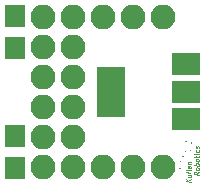
<source format=gts>
G04 #@! TF.FileFunction,Soldermask,Top*
%FSLAX46Y46*%
G04 Gerber Fmt 4.6, Leading zero omitted, Abs format (unit mm)*
G04 Created by KiCad (PCBNEW 4.0.7) date 2018 April 02, Monday 17:07:15*
%MOMM*%
%LPD*%
G01*
G04 APERTURE LIST*
%ADD10C,0.100000*%
%ADD11O,2.100000X2.100000*%
%ADD12R,2.400000X4.200000*%
%ADD13R,2.400000X1.900000*%
%ADD14R,1.700000X1.900000*%
G04 APERTURE END LIST*
D10*
X152781000Y-100726857D02*
X152800048Y-100745905D01*
X152781000Y-100764952D01*
X152761952Y-100745905D01*
X152781000Y-100726857D01*
X152781000Y-100764952D01*
X152733357Y-101346000D02*
X152752405Y-101326952D01*
X152771452Y-101346000D01*
X152752405Y-101365048D01*
X152733357Y-101346000D01*
X152771452Y-101346000D01*
X152987357Y-100330000D02*
X153006405Y-100310952D01*
X153025452Y-100330000D01*
X153006405Y-100349048D01*
X152987357Y-100330000D01*
X153025452Y-100330000D01*
X153177857Y-99885500D02*
X153196905Y-99866452D01*
X153215952Y-99885500D01*
X153196905Y-99904548D01*
X153177857Y-99885500D01*
X153215952Y-99885500D01*
X153241357Y-99060000D02*
X153260405Y-99040952D01*
X153279452Y-99060000D01*
X153260405Y-99079048D01*
X153241357Y-99060000D01*
X153279452Y-99060000D01*
X153685857Y-99187000D02*
X153704905Y-99167952D01*
X153723952Y-99187000D01*
X153704905Y-99206048D01*
X153685857Y-99187000D01*
X153723952Y-99187000D01*
X153622357Y-99822000D02*
X153641405Y-99802952D01*
X153660452Y-99822000D01*
X153641405Y-99841048D01*
X153622357Y-99822000D01*
X153660452Y-99822000D01*
X153691452Y-102518381D02*
X153291452Y-102468381D01*
X153691452Y-102289809D02*
X153462881Y-102432667D01*
X153291452Y-102239809D02*
X153520024Y-102496952D01*
X153424786Y-101913619D02*
X153691452Y-101946952D01*
X153424786Y-102085048D02*
X153634310Y-102111238D01*
X153672405Y-102096952D01*
X153691452Y-102061238D01*
X153691452Y-102004095D01*
X153672405Y-101963619D01*
X153653357Y-101942190D01*
X153691452Y-101699333D02*
X153672405Y-101735047D01*
X153634310Y-101749333D01*
X153291452Y-101706476D01*
X153691452Y-101489809D02*
X153672405Y-101525523D01*
X153634310Y-101539809D01*
X153291452Y-101496952D01*
X153672405Y-101182666D02*
X153691452Y-101223142D01*
X153691452Y-101299333D01*
X153672405Y-101335047D01*
X153634310Y-101349333D01*
X153481929Y-101330286D01*
X153443833Y-101306476D01*
X153424786Y-101266000D01*
X153424786Y-101189809D01*
X153443833Y-101154095D01*
X153481929Y-101139809D01*
X153520024Y-101144570D01*
X153558119Y-101339809D01*
X153424786Y-100961238D02*
X153691452Y-100994571D01*
X153462881Y-100966000D02*
X153443833Y-100944571D01*
X153424786Y-100904095D01*
X153424786Y-100846952D01*
X153443833Y-100811238D01*
X153481929Y-100796952D01*
X153691452Y-100823142D01*
X154391452Y-101680285D02*
X154200976Y-101789809D01*
X154391452Y-101908857D02*
X153991452Y-101858857D01*
X153991452Y-101706476D01*
X154010500Y-101670762D01*
X154029548Y-101654095D01*
X154067643Y-101639809D01*
X154124786Y-101646952D01*
X154162881Y-101670762D01*
X154181929Y-101692191D01*
X154200976Y-101732666D01*
X154200976Y-101885047D01*
X154391452Y-101451714D02*
X154372405Y-101487428D01*
X154353357Y-101504095D01*
X154315262Y-101518381D01*
X154200976Y-101504095D01*
X154162881Y-101480286D01*
X154143833Y-101458857D01*
X154124786Y-101418381D01*
X154124786Y-101361238D01*
X154143833Y-101325524D01*
X154162881Y-101308857D01*
X154200976Y-101294571D01*
X154315262Y-101308857D01*
X154353357Y-101332666D01*
X154372405Y-101354095D01*
X154391452Y-101394571D01*
X154391452Y-101451714D01*
X154391452Y-101146952D02*
X153991452Y-101096952D01*
X154143833Y-101116000D02*
X154124786Y-101075524D01*
X154124786Y-100999333D01*
X154143833Y-100963619D01*
X154162881Y-100946952D01*
X154200976Y-100932666D01*
X154315262Y-100946952D01*
X154353357Y-100970761D01*
X154372405Y-100992190D01*
X154391452Y-101032666D01*
X154391452Y-101108857D01*
X154372405Y-101144571D01*
X154391452Y-100727904D02*
X154372405Y-100763618D01*
X154353357Y-100780285D01*
X154315262Y-100794571D01*
X154200976Y-100780285D01*
X154162881Y-100756476D01*
X154143833Y-100735047D01*
X154124786Y-100694571D01*
X154124786Y-100637428D01*
X154143833Y-100601714D01*
X154162881Y-100585047D01*
X154200976Y-100570761D01*
X154315262Y-100585047D01*
X154353357Y-100608856D01*
X154372405Y-100630285D01*
X154391452Y-100670761D01*
X154391452Y-100727904D01*
X154124786Y-100446952D02*
X154124786Y-100294571D01*
X153991452Y-100373142D02*
X154334310Y-100415999D01*
X154372405Y-100401713D01*
X154391452Y-100365999D01*
X154391452Y-100327904D01*
X154391452Y-100194571D02*
X154124786Y-100161238D01*
X153991452Y-100144571D02*
X154010500Y-100166000D01*
X154029548Y-100149333D01*
X154010500Y-100127904D01*
X153991452Y-100144571D01*
X154029548Y-100149333D01*
X154372405Y-99830285D02*
X154391452Y-99870762D01*
X154391452Y-99946952D01*
X154372405Y-99982666D01*
X154353357Y-99999333D01*
X154315262Y-100013619D01*
X154200976Y-99999333D01*
X154162881Y-99975524D01*
X154143833Y-99954095D01*
X154124786Y-99913619D01*
X154124786Y-99837429D01*
X154143833Y-99801714D01*
X154372405Y-99677905D02*
X154391452Y-99642190D01*
X154391452Y-99566000D01*
X154372405Y-99525524D01*
X154334310Y-99501714D01*
X154315262Y-99499333D01*
X154277167Y-99513619D01*
X154258119Y-99549333D01*
X154258119Y-99606476D01*
X154239071Y-99642190D01*
X154200976Y-99656476D01*
X154181929Y-99654096D01*
X154143833Y-99630286D01*
X154124786Y-99589810D01*
X154124786Y-99532667D01*
X154143833Y-99496953D01*
D11*
X143764000Y-91059000D03*
X141224000Y-91059000D03*
X143764000Y-93599000D03*
X141224000Y-93599000D03*
X143764000Y-96139000D03*
X141224000Y-96139000D03*
X143764000Y-98679000D03*
X141224000Y-98679000D03*
D12*
X146964000Y-94869000D03*
D13*
X153264000Y-94869000D03*
X153264000Y-92569000D03*
X153264000Y-97169000D03*
D11*
X141224000Y-101219000D03*
X143764000Y-101219000D03*
X146304000Y-101219000D03*
X148844000Y-101219000D03*
X151384000Y-101219000D03*
X141224000Y-88519000D03*
X143764000Y-88519000D03*
X146304000Y-88519000D03*
X148844000Y-88519000D03*
X151384000Y-88519000D03*
D14*
X138811000Y-91139000D03*
X138811000Y-88439000D03*
X138811000Y-98599000D03*
X138811000Y-101299000D03*
M02*

</source>
